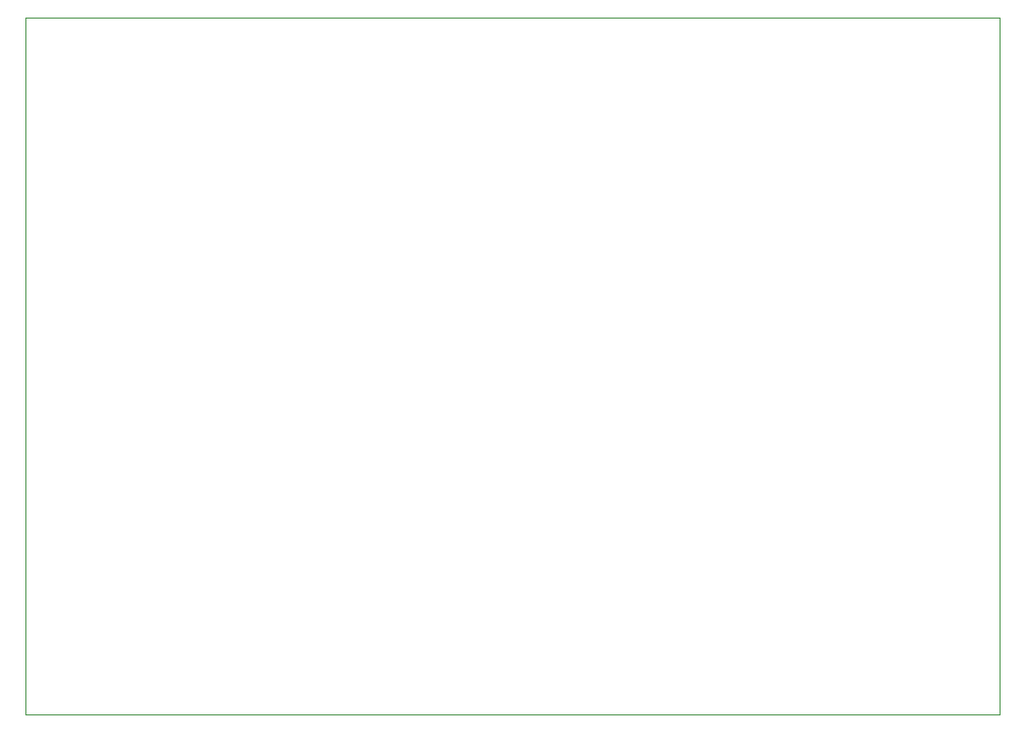
<source format=gm1>
%TF.GenerationSoftware,KiCad,Pcbnew,(6.0.1)*%
%TF.CreationDate,2022-02-08T14:34:19+00:00*%
%TF.ProjectId,TrackingGenerator,54726163-6b69-46e6-9747-656e65726174,rev?*%
%TF.SameCoordinates,Original*%
%TF.FileFunction,Profile,NP*%
%FSLAX46Y46*%
G04 Gerber Fmt 4.6, Leading zero omitted, Abs format (unit mm)*
G04 Created by KiCad (PCBNEW (6.0.1)) date 2022-02-08 14:34:19*
%MOMM*%
%LPD*%
G01*
G04 APERTURE LIST*
%TA.AperFunction,Profile*%
%ADD10C,0.100000*%
%TD*%
G04 APERTURE END LIST*
D10*
X70256400Y-77470000D02*
X154635200Y-77470000D01*
X154635200Y-77470000D02*
X154635200Y-137769600D01*
X154635200Y-137769600D02*
X70256400Y-137769600D01*
X70256400Y-137769600D02*
X70256400Y-77470000D01*
M02*

</source>
